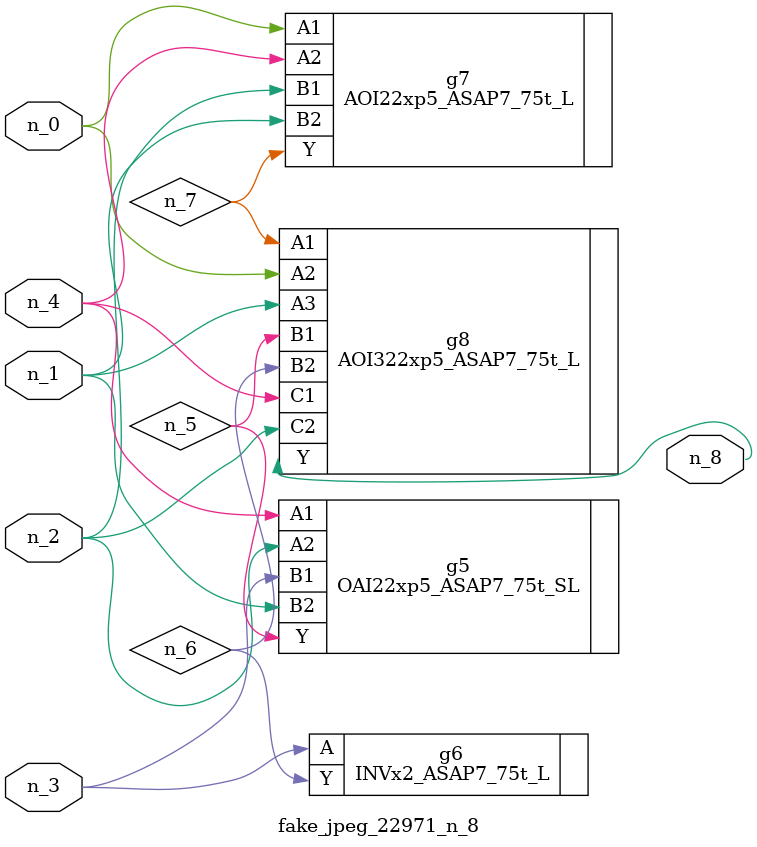
<source format=v>
module fake_jpeg_22971_n_8 (n_3, n_2, n_1, n_0, n_4, n_8);

input n_3;
input n_2;
input n_1;
input n_0;
input n_4;

output n_8;

wire n_6;
wire n_5;
wire n_7;

OAI22xp5_ASAP7_75t_SL g5 ( 
.A1(n_4),
.A2(n_2),
.B1(n_3),
.B2(n_1),
.Y(n_5)
);

INVx2_ASAP7_75t_L g6 ( 
.A(n_3),
.Y(n_6)
);

AOI22xp5_ASAP7_75t_L g7 ( 
.A1(n_0),
.A2(n_4),
.B1(n_2),
.B2(n_1),
.Y(n_7)
);

AOI322xp5_ASAP7_75t_L g8 ( 
.A1(n_7),
.A2(n_0),
.A3(n_1),
.B1(n_5),
.B2(n_6),
.C1(n_4),
.C2(n_2),
.Y(n_8)
);


endmodule
</source>
